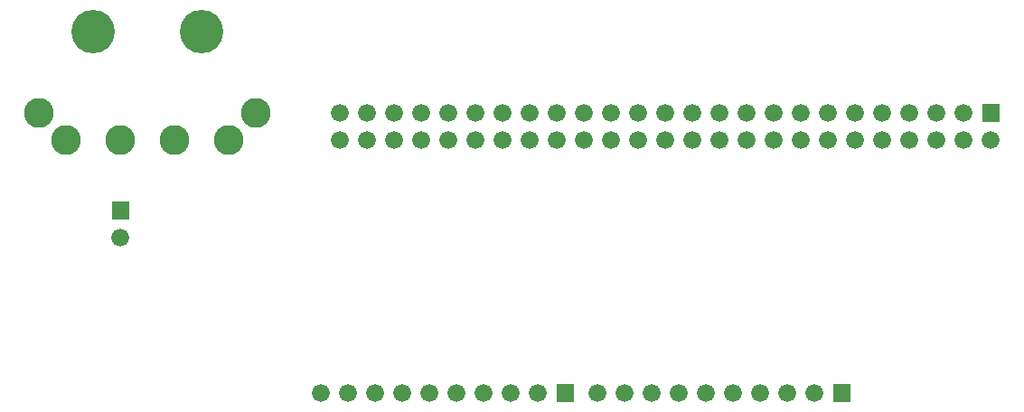
<source format=gbs>
G04 start of page 8 for group -4062 idx -4062 *
G04 Title: (unknown), soldermask *
G04 Creator: pcb 20110918 *
G04 CreationDate: Wed 02 Oct 2013 12:02:10 GMT UTC *
G04 For: michael *
G04 Format: Gerber/RS-274X *
G04 PCB-Dimensions: 384000 393500 *
G04 PCB-Coordinate-Origin: lower left *
%MOIN*%
%FSLAX25Y25*%
%LNBOTTOMMASK*%
%ADD98C,0.1600*%
%ADD97C,0.1100*%
%ADD96C,0.0001*%
%ADD95C,0.0660*%
G54D95*X132000Y349500D03*
X142000D03*
X152000D03*
X162000D03*
X172000D03*
X182000D03*
X162000Y339500D03*
X172000D03*
X182000D03*
X192000Y349500D03*
X202000D03*
X212000D03*
X192000Y339500D03*
X202000D03*
X212000D03*
X222000D03*
Y349500D03*
X232000D03*
X242000D03*
X232000Y339500D03*
X242000D03*
X252000D03*
X262000D03*
X272000D03*
X282000D03*
X252000Y349500D03*
X262000D03*
X272000D03*
X282000D03*
X292000Y339500D03*
X302000D03*
X312000D03*
X292000Y349500D03*
X302000D03*
X312000D03*
X322000D03*
X332000D03*
X342000D03*
X322000Y339500D03*
X332000D03*
X342000D03*
X352000D03*
Y349500D03*
G54D96*G36*
X358700Y352800D02*Y346200D01*
X365300D01*
Y352800D01*
X358700D01*
G37*
G54D95*X362000Y339500D03*
G54D96*G36*
X303700Y249300D02*Y242700D01*
X310300D01*
Y249300D01*
X303700D01*
G37*
G54D95*X297000Y246000D03*
X287000D03*
X277000D03*
X267000D03*
X257000D03*
X247000D03*
X237000D03*
X227000D03*
X217000D03*
G54D96*G36*
X201700Y249300D02*Y242700D01*
X208300D01*
Y249300D01*
X201700D01*
G37*
G54D95*X195000Y246000D03*
X185000D03*
X175000D03*
X165000D03*
X155000D03*
X145000D03*
X135000D03*
X125000D03*
X115000D03*
X122000Y339500D03*
Y349500D03*
X132000Y339500D03*
X142000D03*
X152000D03*
G54D97*X61000D03*
X81000D03*
X91000Y349500D03*
G54D98*X31000Y379500D03*
X71000D03*
G54D97*X21000Y339500D03*
X41000D03*
X11000Y349500D03*
G54D96*G36*
X37700Y316800D02*Y310200D01*
X44300D01*
Y316800D01*
X37700D01*
G37*
G54D95*X41000Y303500D03*
M02*

</source>
